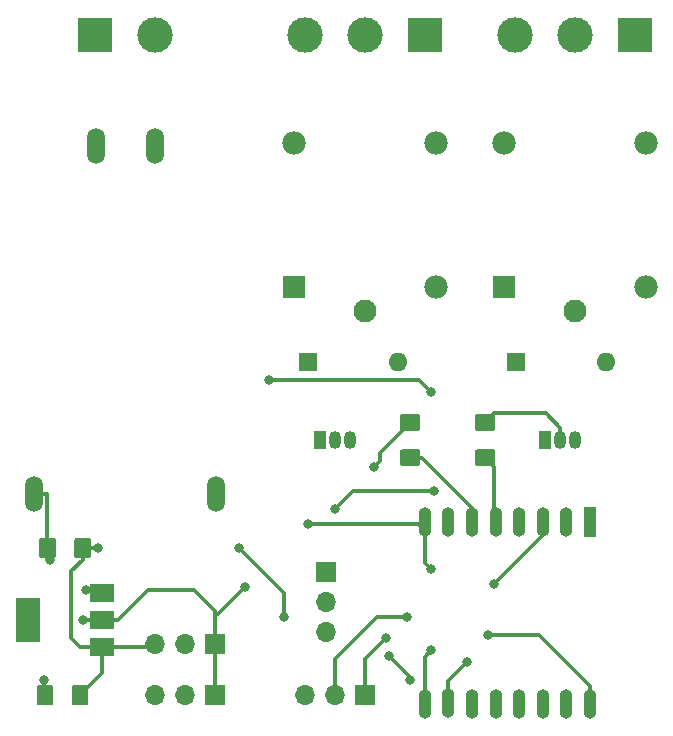
<source format=gbr>
G04 #@! TF.GenerationSoftware,KiCad,Pcbnew,5.0.2-bee76a0~70~ubuntu18.10.1*
G04 #@! TF.CreationDate,2019-05-17T12:20:37+02:00*
G04 #@! TF.ProjectId,interruptor,696e7465-7272-4757-9074-6f722e6b6963,rev?*
G04 #@! TF.SameCoordinates,Original*
G04 #@! TF.FileFunction,Copper,L1,Top*
G04 #@! TF.FilePolarity,Positive*
%FSLAX46Y46*%
G04 Gerber Fmt 4.6, Leading zero omitted, Abs format (unit mm)*
G04 Created by KiCad (PCBNEW 5.0.2-bee76a0~70~ubuntu18.10.1) date vie 17 may 2019 12:20:37 CEST*
%MOMM*%
%LPD*%
G01*
G04 APERTURE LIST*
G04 #@! TA.AperFunction,ComponentPad*
%ADD10O,1.600000X1.600000*%
G04 #@! TD*
G04 #@! TA.AperFunction,ComponentPad*
%ADD11R,1.600000X1.600000*%
G04 #@! TD*
G04 #@! TA.AperFunction,Conductor*
%ADD12C,0.100000*%
G04 #@! TD*
G04 #@! TA.AperFunction,SMDPad,CuDef*
%ADD13C,1.425000*%
G04 #@! TD*
G04 #@! TA.AperFunction,SMDPad,CuDef*
%ADD14R,2.000000X3.800000*%
G04 #@! TD*
G04 #@! TA.AperFunction,SMDPad,CuDef*
%ADD15R,2.000000X1.500000*%
G04 #@! TD*
G04 #@! TA.AperFunction,ComponentPad*
%ADD16R,1.100000X2.500000*%
G04 #@! TD*
G04 #@! TA.AperFunction,ComponentPad*
%ADD17O,1.100000X2.500000*%
G04 #@! TD*
G04 #@! TA.AperFunction,ComponentPad*
%ADD18O,1.508000X3.016000*%
G04 #@! TD*
G04 #@! TA.AperFunction,ComponentPad*
%ADD19R,3.000000X3.000000*%
G04 #@! TD*
G04 #@! TA.AperFunction,ComponentPad*
%ADD20C,3.000000*%
G04 #@! TD*
G04 #@! TA.AperFunction,ComponentPad*
%ADD21R,1.700000X1.700000*%
G04 #@! TD*
G04 #@! TA.AperFunction,ComponentPad*
%ADD22O,1.700000X1.700000*%
G04 #@! TD*
G04 #@! TA.AperFunction,ComponentPad*
%ADD23R,1.980000X1.980000*%
G04 #@! TD*
G04 #@! TA.AperFunction,ComponentPad*
%ADD24C,1.935000*%
G04 #@! TD*
G04 #@! TA.AperFunction,ComponentPad*
%ADD25C,1.980000*%
G04 #@! TD*
G04 #@! TA.AperFunction,ComponentPad*
%ADD26R,1.050000X1.500000*%
G04 #@! TD*
G04 #@! TA.AperFunction,ComponentPad*
%ADD27O,1.050000X1.500000*%
G04 #@! TD*
G04 #@! TA.AperFunction,ViaPad*
%ADD28C,0.800000*%
G04 #@! TD*
G04 #@! TA.AperFunction,Conductor*
%ADD29C,0.304800*%
G04 #@! TD*
G04 APERTURE END LIST*
D10*
G04 #@! TO.P,D2,1*
G04 #@! TO.N,Net-(D2-Pad1)*
X135945000Y-92475000D03*
D11*
G04 #@! TO.P,D2,2*
G04 #@! TO.N,Net-(C1-Pad1)*
X128325000Y-92475000D03*
G04 #@! TD*
G04 #@! TO.P,D1,2*
G04 #@! TO.N,Net-(C1-Pad1)*
X110775000Y-92450000D03*
D10*
G04 #@! TO.P,D1,1*
G04 #@! TO.N,Net-(D1-Pad1)*
X118395000Y-92450000D03*
G04 #@! TD*
D12*
G04 #@! TO.N,Net-(C1-Pad1)*
G04 #@! TO.C,C1*
G36*
X89169504Y-107330204D02*
X89193773Y-107333804D01*
X89217571Y-107339765D01*
X89240671Y-107348030D01*
X89262849Y-107358520D01*
X89283893Y-107371133D01*
X89303598Y-107385747D01*
X89321777Y-107402223D01*
X89338253Y-107420402D01*
X89352867Y-107440107D01*
X89365480Y-107461151D01*
X89375970Y-107483329D01*
X89384235Y-107506429D01*
X89390196Y-107530227D01*
X89393796Y-107554496D01*
X89395000Y-107579000D01*
X89395000Y-108829000D01*
X89393796Y-108853504D01*
X89390196Y-108877773D01*
X89384235Y-108901571D01*
X89375970Y-108924671D01*
X89365480Y-108946849D01*
X89352867Y-108967893D01*
X89338253Y-108987598D01*
X89321777Y-109005777D01*
X89303598Y-109022253D01*
X89283893Y-109036867D01*
X89262849Y-109049480D01*
X89240671Y-109059970D01*
X89217571Y-109068235D01*
X89193773Y-109074196D01*
X89169504Y-109077796D01*
X89145000Y-109079000D01*
X88220000Y-109079000D01*
X88195496Y-109077796D01*
X88171227Y-109074196D01*
X88147429Y-109068235D01*
X88124329Y-109059970D01*
X88102151Y-109049480D01*
X88081107Y-109036867D01*
X88061402Y-109022253D01*
X88043223Y-109005777D01*
X88026747Y-108987598D01*
X88012133Y-108967893D01*
X87999520Y-108946849D01*
X87989030Y-108924671D01*
X87980765Y-108901571D01*
X87974804Y-108877773D01*
X87971204Y-108853504D01*
X87970000Y-108829000D01*
X87970000Y-107579000D01*
X87971204Y-107554496D01*
X87974804Y-107530227D01*
X87980765Y-107506429D01*
X87989030Y-107483329D01*
X87999520Y-107461151D01*
X88012133Y-107440107D01*
X88026747Y-107420402D01*
X88043223Y-107402223D01*
X88061402Y-107385747D01*
X88081107Y-107371133D01*
X88102151Y-107358520D01*
X88124329Y-107348030D01*
X88147429Y-107339765D01*
X88171227Y-107333804D01*
X88195496Y-107330204D01*
X88220000Y-107329000D01*
X89145000Y-107329000D01*
X89169504Y-107330204D01*
X89169504Y-107330204D01*
G37*
D13*
G04 #@! TD*
G04 #@! TO.P,C1,1*
G04 #@! TO.N,Net-(C1-Pad1)*
X88682500Y-108204000D03*
D12*
G04 #@! TO.N,GND*
G04 #@! TO.C,C1*
G36*
X92144504Y-107330204D02*
X92168773Y-107333804D01*
X92192571Y-107339765D01*
X92215671Y-107348030D01*
X92237849Y-107358520D01*
X92258893Y-107371133D01*
X92278598Y-107385747D01*
X92296777Y-107402223D01*
X92313253Y-107420402D01*
X92327867Y-107440107D01*
X92340480Y-107461151D01*
X92350970Y-107483329D01*
X92359235Y-107506429D01*
X92365196Y-107530227D01*
X92368796Y-107554496D01*
X92370000Y-107579000D01*
X92370000Y-108829000D01*
X92368796Y-108853504D01*
X92365196Y-108877773D01*
X92359235Y-108901571D01*
X92350970Y-108924671D01*
X92340480Y-108946849D01*
X92327867Y-108967893D01*
X92313253Y-108987598D01*
X92296777Y-109005777D01*
X92278598Y-109022253D01*
X92258893Y-109036867D01*
X92237849Y-109049480D01*
X92215671Y-109059970D01*
X92192571Y-109068235D01*
X92168773Y-109074196D01*
X92144504Y-109077796D01*
X92120000Y-109079000D01*
X91195000Y-109079000D01*
X91170496Y-109077796D01*
X91146227Y-109074196D01*
X91122429Y-109068235D01*
X91099329Y-109059970D01*
X91077151Y-109049480D01*
X91056107Y-109036867D01*
X91036402Y-109022253D01*
X91018223Y-109005777D01*
X91001747Y-108987598D01*
X90987133Y-108967893D01*
X90974520Y-108946849D01*
X90964030Y-108924671D01*
X90955765Y-108901571D01*
X90949804Y-108877773D01*
X90946204Y-108853504D01*
X90945000Y-108829000D01*
X90945000Y-107579000D01*
X90946204Y-107554496D01*
X90949804Y-107530227D01*
X90955765Y-107506429D01*
X90964030Y-107483329D01*
X90974520Y-107461151D01*
X90987133Y-107440107D01*
X91001747Y-107420402D01*
X91018223Y-107402223D01*
X91036402Y-107385747D01*
X91056107Y-107371133D01*
X91077151Y-107358520D01*
X91099329Y-107348030D01*
X91122429Y-107339765D01*
X91146227Y-107333804D01*
X91170496Y-107330204D01*
X91195000Y-107329000D01*
X92120000Y-107329000D01*
X92144504Y-107330204D01*
X92144504Y-107330204D01*
G37*
D13*
G04 #@! TD*
G04 #@! TO.P,C1,2*
G04 #@! TO.N,GND*
X91657500Y-108204000D03*
D12*
G04 #@! TO.N,GND*
G04 #@! TO.C,C2*
G36*
X91927004Y-119776204D02*
X91951273Y-119779804D01*
X91975071Y-119785765D01*
X91998171Y-119794030D01*
X92020349Y-119804520D01*
X92041393Y-119817133D01*
X92061098Y-119831747D01*
X92079277Y-119848223D01*
X92095753Y-119866402D01*
X92110367Y-119886107D01*
X92122980Y-119907151D01*
X92133470Y-119929329D01*
X92141735Y-119952429D01*
X92147696Y-119976227D01*
X92151296Y-120000496D01*
X92152500Y-120025000D01*
X92152500Y-121275000D01*
X92151296Y-121299504D01*
X92147696Y-121323773D01*
X92141735Y-121347571D01*
X92133470Y-121370671D01*
X92122980Y-121392849D01*
X92110367Y-121413893D01*
X92095753Y-121433598D01*
X92079277Y-121451777D01*
X92061098Y-121468253D01*
X92041393Y-121482867D01*
X92020349Y-121495480D01*
X91998171Y-121505970D01*
X91975071Y-121514235D01*
X91951273Y-121520196D01*
X91927004Y-121523796D01*
X91902500Y-121525000D01*
X90977500Y-121525000D01*
X90952996Y-121523796D01*
X90928727Y-121520196D01*
X90904929Y-121514235D01*
X90881829Y-121505970D01*
X90859651Y-121495480D01*
X90838607Y-121482867D01*
X90818902Y-121468253D01*
X90800723Y-121451777D01*
X90784247Y-121433598D01*
X90769633Y-121413893D01*
X90757020Y-121392849D01*
X90746530Y-121370671D01*
X90738265Y-121347571D01*
X90732304Y-121323773D01*
X90728704Y-121299504D01*
X90727500Y-121275000D01*
X90727500Y-120025000D01*
X90728704Y-120000496D01*
X90732304Y-119976227D01*
X90738265Y-119952429D01*
X90746530Y-119929329D01*
X90757020Y-119907151D01*
X90769633Y-119886107D01*
X90784247Y-119866402D01*
X90800723Y-119848223D01*
X90818902Y-119831747D01*
X90838607Y-119817133D01*
X90859651Y-119804520D01*
X90881829Y-119794030D01*
X90904929Y-119785765D01*
X90928727Y-119779804D01*
X90952996Y-119776204D01*
X90977500Y-119775000D01*
X91902500Y-119775000D01*
X91927004Y-119776204D01*
X91927004Y-119776204D01*
G37*
D13*
G04 #@! TD*
G04 #@! TO.P,C2,2*
G04 #@! TO.N,GND*
X91440000Y-120650000D03*
D12*
G04 #@! TO.N,vcc*
G04 #@! TO.C,C2*
G36*
X88952004Y-119776204D02*
X88976273Y-119779804D01*
X89000071Y-119785765D01*
X89023171Y-119794030D01*
X89045349Y-119804520D01*
X89066393Y-119817133D01*
X89086098Y-119831747D01*
X89104277Y-119848223D01*
X89120753Y-119866402D01*
X89135367Y-119886107D01*
X89147980Y-119907151D01*
X89158470Y-119929329D01*
X89166735Y-119952429D01*
X89172696Y-119976227D01*
X89176296Y-120000496D01*
X89177500Y-120025000D01*
X89177500Y-121275000D01*
X89176296Y-121299504D01*
X89172696Y-121323773D01*
X89166735Y-121347571D01*
X89158470Y-121370671D01*
X89147980Y-121392849D01*
X89135367Y-121413893D01*
X89120753Y-121433598D01*
X89104277Y-121451777D01*
X89086098Y-121468253D01*
X89066393Y-121482867D01*
X89045349Y-121495480D01*
X89023171Y-121505970D01*
X89000071Y-121514235D01*
X88976273Y-121520196D01*
X88952004Y-121523796D01*
X88927500Y-121525000D01*
X88002500Y-121525000D01*
X87977996Y-121523796D01*
X87953727Y-121520196D01*
X87929929Y-121514235D01*
X87906829Y-121505970D01*
X87884651Y-121495480D01*
X87863607Y-121482867D01*
X87843902Y-121468253D01*
X87825723Y-121451777D01*
X87809247Y-121433598D01*
X87794633Y-121413893D01*
X87782020Y-121392849D01*
X87771530Y-121370671D01*
X87763265Y-121347571D01*
X87757304Y-121323773D01*
X87753704Y-121299504D01*
X87752500Y-121275000D01*
X87752500Y-120025000D01*
X87753704Y-120000496D01*
X87757304Y-119976227D01*
X87763265Y-119952429D01*
X87771530Y-119929329D01*
X87782020Y-119907151D01*
X87794633Y-119886107D01*
X87809247Y-119866402D01*
X87825723Y-119848223D01*
X87843902Y-119831747D01*
X87863607Y-119817133D01*
X87884651Y-119804520D01*
X87906829Y-119794030D01*
X87929929Y-119785765D01*
X87953727Y-119779804D01*
X87977996Y-119776204D01*
X88002500Y-119775000D01*
X88927500Y-119775000D01*
X88952004Y-119776204D01*
X88952004Y-119776204D01*
G37*
D13*
G04 #@! TD*
G04 #@! TO.P,C2,1*
G04 #@! TO.N,vcc*
X88465000Y-120650000D03*
D14*
G04 #@! TO.P,U2,4*
G04 #@! TO.N,N/C*
X87020000Y-114300000D03*
D15*
G04 #@! TO.P,U2,2*
G04 #@! TO.N,vcc*
X93320000Y-114300000D03*
G04 #@! TO.P,U2,3*
G04 #@! TO.N,Net-(C1-Pad1)*
X93320000Y-112000000D03*
G04 #@! TO.P,U2,1*
G04 #@! TO.N,GND*
X93320000Y-116600000D03*
G04 #@! TD*
D16*
G04 #@! TO.P,U3,1*
G04 #@! TO.N,N/C*
X134620000Y-105980000D03*
D17*
G04 #@! TO.P,U3,2*
X132620000Y-105980000D03*
G04 #@! TO.P,U3,3*
G04 #@! TO.N,Net-(R1-Pad1)*
X130620000Y-105980000D03*
G04 #@! TO.P,U3,4*
G04 #@! TO.N,int_1*
X128620000Y-105980000D03*
G04 #@! TO.P,U3,5*
G04 #@! TO.N,Relay_2*
X126620000Y-105980000D03*
G04 #@! TO.P,U3,6*
G04 #@! TO.N,Relay_1*
X124620000Y-105980000D03*
G04 #@! TO.P,U3,7*
G04 #@! TO.N,int_2*
X122620000Y-105980000D03*
G04 #@! TO.P,U3,8*
G04 #@! TO.N,vcc*
X120620000Y-105980000D03*
G04 #@! TO.P,U3,9*
G04 #@! TO.N,GND*
X120620000Y-121380000D03*
G04 #@! TO.P,U3,10*
G04 #@! TO.N,Net-(R2-Pad1)*
X122620000Y-121280000D03*
G04 #@! TO.P,U3,11*
G04 #@! TO.N,N/C*
X124620000Y-121380000D03*
G04 #@! TO.P,U3,12*
G04 #@! TO.N,Net-(J7-Pad2)*
X126620000Y-121380000D03*
G04 #@! TO.P,U3,13*
G04 #@! TO.N,N/C*
X128620000Y-121380000D03*
G04 #@! TO.P,U3,14*
X130620000Y-121380000D03*
G04 #@! TO.P,U3,15*
G04 #@! TO.N,Net-(R3-Pad2)*
X132620000Y-121380000D03*
G04 #@! TO.P,U3,16*
G04 #@! TO.N,Net-(J2-Pad1)*
X134620000Y-121380000D03*
G04 #@! TD*
D18*
G04 #@! TO.P,U1,P$1*
G04 #@! TO.N,Net-(J1-Pad2)*
X97750000Y-74200000D03*
G04 #@! TO.P,U1,P$2*
G04 #@! TO.N,Net-(J1-Pad1)*
X92750000Y-74200000D03*
G04 #@! TO.P,U1,P$3*
G04 #@! TO.N,GND*
X102950000Y-103600000D03*
G04 #@! TO.P,U1,P$4*
G04 #@! TO.N,Net-(C1-Pad1)*
X87550000Y-103600000D03*
G04 #@! TD*
D19*
G04 #@! TO.P,J1,1*
G04 #@! TO.N,Net-(J1-Pad1)*
X92710000Y-64770000D03*
D20*
G04 #@! TO.P,J1,2*
G04 #@! TO.N,Net-(J1-Pad2)*
X97790000Y-64770000D03*
G04 #@! TD*
D21*
G04 #@! TO.P,J2,1*
G04 #@! TO.N,Net-(J2-Pad1)*
X115570000Y-120650000D03*
D22*
G04 #@! TO.P,J2,2*
G04 #@! TO.N,Net-(J2-Pad2)*
X113030000Y-120650000D03*
G04 #@! TO.P,J2,3*
G04 #@! TO.N,GND*
X110490000Y-120650000D03*
G04 #@! TD*
D23*
G04 #@! TO.P,K1,A1*
G04 #@! TO.N,Net-(C1-Pad1)*
X109570000Y-86110000D03*
D24*
G04 #@! TO.P,K1,COM*
G04 #@! TO.N,Net-(J3-Pad2)*
X115570000Y-88110000D03*
D25*
G04 #@! TO.P,K1,A2*
G04 #@! TO.N,Net-(D1-Pad1)*
X121570000Y-86110000D03*
G04 #@! TO.P,K1,NO*
G04 #@! TO.N,Net-(J3-Pad1)*
X121570000Y-73910000D03*
G04 #@! TO.P,K1,NC*
G04 #@! TO.N,Net-(J3-Pad3)*
X109570000Y-73910000D03*
G04 #@! TD*
D23*
G04 #@! TO.P,K2,A1*
G04 #@! TO.N,Net-(C1-Pad1)*
X127350000Y-86110000D03*
D24*
G04 #@! TO.P,K2,COM*
G04 #@! TO.N,Net-(J4-Pad2)*
X133350000Y-88110000D03*
D25*
G04 #@! TO.P,K2,A2*
G04 #@! TO.N,Net-(D2-Pad1)*
X139350000Y-86110000D03*
G04 #@! TO.P,K2,NO*
G04 #@! TO.N,Net-(J4-Pad1)*
X139350000Y-73910000D03*
G04 #@! TO.P,K2,NC*
G04 #@! TO.N,Net-(J4-Pad3)*
X127350000Y-73910000D03*
G04 #@! TD*
D20*
G04 #@! TO.P,J3,3*
G04 #@! TO.N,Net-(J3-Pad3)*
X110490000Y-64770000D03*
G04 #@! TO.P,J3,2*
G04 #@! TO.N,Net-(J3-Pad2)*
X115570000Y-64770000D03*
D19*
G04 #@! TO.P,J3,1*
G04 #@! TO.N,Net-(J3-Pad1)*
X120650000Y-64770000D03*
G04 #@! TD*
G04 #@! TO.P,J4,1*
G04 #@! TO.N,Net-(J4-Pad1)*
X138430000Y-64770000D03*
D20*
G04 #@! TO.P,J4,2*
G04 #@! TO.N,Net-(J4-Pad2)*
X133350000Y-64770000D03*
G04 #@! TO.P,J4,3*
G04 #@! TO.N,Net-(J4-Pad3)*
X128270000Y-64770000D03*
G04 #@! TD*
D12*
G04 #@! TO.N,Net-(Q1-Pad2)*
G04 #@! TO.C,R4*
G36*
X120029504Y-96861204D02*
X120053773Y-96864804D01*
X120077571Y-96870765D01*
X120100671Y-96879030D01*
X120122849Y-96889520D01*
X120143893Y-96902133D01*
X120163598Y-96916747D01*
X120181777Y-96933223D01*
X120198253Y-96951402D01*
X120212867Y-96971107D01*
X120225480Y-96992151D01*
X120235970Y-97014329D01*
X120244235Y-97037429D01*
X120250196Y-97061227D01*
X120253796Y-97085496D01*
X120255000Y-97110000D01*
X120255000Y-98035000D01*
X120253796Y-98059504D01*
X120250196Y-98083773D01*
X120244235Y-98107571D01*
X120235970Y-98130671D01*
X120225480Y-98152849D01*
X120212867Y-98173893D01*
X120198253Y-98193598D01*
X120181777Y-98211777D01*
X120163598Y-98228253D01*
X120143893Y-98242867D01*
X120122849Y-98255480D01*
X120100671Y-98265970D01*
X120077571Y-98274235D01*
X120053773Y-98280196D01*
X120029504Y-98283796D01*
X120005000Y-98285000D01*
X118755000Y-98285000D01*
X118730496Y-98283796D01*
X118706227Y-98280196D01*
X118682429Y-98274235D01*
X118659329Y-98265970D01*
X118637151Y-98255480D01*
X118616107Y-98242867D01*
X118596402Y-98228253D01*
X118578223Y-98211777D01*
X118561747Y-98193598D01*
X118547133Y-98173893D01*
X118534520Y-98152849D01*
X118524030Y-98130671D01*
X118515765Y-98107571D01*
X118509804Y-98083773D01*
X118506204Y-98059504D01*
X118505000Y-98035000D01*
X118505000Y-97110000D01*
X118506204Y-97085496D01*
X118509804Y-97061227D01*
X118515765Y-97037429D01*
X118524030Y-97014329D01*
X118534520Y-96992151D01*
X118547133Y-96971107D01*
X118561747Y-96951402D01*
X118578223Y-96933223D01*
X118596402Y-96916747D01*
X118616107Y-96902133D01*
X118637151Y-96889520D01*
X118659329Y-96879030D01*
X118682429Y-96870765D01*
X118706227Y-96864804D01*
X118730496Y-96861204D01*
X118755000Y-96860000D01*
X120005000Y-96860000D01*
X120029504Y-96861204D01*
X120029504Y-96861204D01*
G37*
D13*
G04 #@! TD*
G04 #@! TO.P,R4,1*
G04 #@! TO.N,Net-(Q1-Pad2)*
X119380000Y-97572500D03*
D12*
G04 #@! TO.N,Relay_1*
G04 #@! TO.C,R4*
G36*
X120029504Y-99836204D02*
X120053773Y-99839804D01*
X120077571Y-99845765D01*
X120100671Y-99854030D01*
X120122849Y-99864520D01*
X120143893Y-99877133D01*
X120163598Y-99891747D01*
X120181777Y-99908223D01*
X120198253Y-99926402D01*
X120212867Y-99946107D01*
X120225480Y-99967151D01*
X120235970Y-99989329D01*
X120244235Y-100012429D01*
X120250196Y-100036227D01*
X120253796Y-100060496D01*
X120255000Y-100085000D01*
X120255000Y-101010000D01*
X120253796Y-101034504D01*
X120250196Y-101058773D01*
X120244235Y-101082571D01*
X120235970Y-101105671D01*
X120225480Y-101127849D01*
X120212867Y-101148893D01*
X120198253Y-101168598D01*
X120181777Y-101186777D01*
X120163598Y-101203253D01*
X120143893Y-101217867D01*
X120122849Y-101230480D01*
X120100671Y-101240970D01*
X120077571Y-101249235D01*
X120053773Y-101255196D01*
X120029504Y-101258796D01*
X120005000Y-101260000D01*
X118755000Y-101260000D01*
X118730496Y-101258796D01*
X118706227Y-101255196D01*
X118682429Y-101249235D01*
X118659329Y-101240970D01*
X118637151Y-101230480D01*
X118616107Y-101217867D01*
X118596402Y-101203253D01*
X118578223Y-101186777D01*
X118561747Y-101168598D01*
X118547133Y-101148893D01*
X118534520Y-101127849D01*
X118524030Y-101105671D01*
X118515765Y-101082571D01*
X118509804Y-101058773D01*
X118506204Y-101034504D01*
X118505000Y-101010000D01*
X118505000Y-100085000D01*
X118506204Y-100060496D01*
X118509804Y-100036227D01*
X118515765Y-100012429D01*
X118524030Y-99989329D01*
X118534520Y-99967151D01*
X118547133Y-99946107D01*
X118561747Y-99926402D01*
X118578223Y-99908223D01*
X118596402Y-99891747D01*
X118616107Y-99877133D01*
X118637151Y-99864520D01*
X118659329Y-99854030D01*
X118682429Y-99845765D01*
X118706227Y-99839804D01*
X118730496Y-99836204D01*
X118755000Y-99835000D01*
X120005000Y-99835000D01*
X120029504Y-99836204D01*
X120029504Y-99836204D01*
G37*
D13*
G04 #@! TD*
G04 #@! TO.P,R4,2*
G04 #@! TO.N,Relay_1*
X119380000Y-100547500D03*
D12*
G04 #@! TO.N,Relay_2*
G04 #@! TO.C,R5*
G36*
X126379504Y-99836204D02*
X126403773Y-99839804D01*
X126427571Y-99845765D01*
X126450671Y-99854030D01*
X126472849Y-99864520D01*
X126493893Y-99877133D01*
X126513598Y-99891747D01*
X126531777Y-99908223D01*
X126548253Y-99926402D01*
X126562867Y-99946107D01*
X126575480Y-99967151D01*
X126585970Y-99989329D01*
X126594235Y-100012429D01*
X126600196Y-100036227D01*
X126603796Y-100060496D01*
X126605000Y-100085000D01*
X126605000Y-101010000D01*
X126603796Y-101034504D01*
X126600196Y-101058773D01*
X126594235Y-101082571D01*
X126585970Y-101105671D01*
X126575480Y-101127849D01*
X126562867Y-101148893D01*
X126548253Y-101168598D01*
X126531777Y-101186777D01*
X126513598Y-101203253D01*
X126493893Y-101217867D01*
X126472849Y-101230480D01*
X126450671Y-101240970D01*
X126427571Y-101249235D01*
X126403773Y-101255196D01*
X126379504Y-101258796D01*
X126355000Y-101260000D01*
X125105000Y-101260000D01*
X125080496Y-101258796D01*
X125056227Y-101255196D01*
X125032429Y-101249235D01*
X125009329Y-101240970D01*
X124987151Y-101230480D01*
X124966107Y-101217867D01*
X124946402Y-101203253D01*
X124928223Y-101186777D01*
X124911747Y-101168598D01*
X124897133Y-101148893D01*
X124884520Y-101127849D01*
X124874030Y-101105671D01*
X124865765Y-101082571D01*
X124859804Y-101058773D01*
X124856204Y-101034504D01*
X124855000Y-101010000D01*
X124855000Y-100085000D01*
X124856204Y-100060496D01*
X124859804Y-100036227D01*
X124865765Y-100012429D01*
X124874030Y-99989329D01*
X124884520Y-99967151D01*
X124897133Y-99946107D01*
X124911747Y-99926402D01*
X124928223Y-99908223D01*
X124946402Y-99891747D01*
X124966107Y-99877133D01*
X124987151Y-99864520D01*
X125009329Y-99854030D01*
X125032429Y-99845765D01*
X125056227Y-99839804D01*
X125080496Y-99836204D01*
X125105000Y-99835000D01*
X126355000Y-99835000D01*
X126379504Y-99836204D01*
X126379504Y-99836204D01*
G37*
D13*
G04 #@! TD*
G04 #@! TO.P,R5,2*
G04 #@! TO.N,Relay_2*
X125730000Y-100547500D03*
D12*
G04 #@! TO.N,Net-(Q2-Pad2)*
G04 #@! TO.C,R5*
G36*
X126379504Y-96861204D02*
X126403773Y-96864804D01*
X126427571Y-96870765D01*
X126450671Y-96879030D01*
X126472849Y-96889520D01*
X126493893Y-96902133D01*
X126513598Y-96916747D01*
X126531777Y-96933223D01*
X126548253Y-96951402D01*
X126562867Y-96971107D01*
X126575480Y-96992151D01*
X126585970Y-97014329D01*
X126594235Y-97037429D01*
X126600196Y-97061227D01*
X126603796Y-97085496D01*
X126605000Y-97110000D01*
X126605000Y-98035000D01*
X126603796Y-98059504D01*
X126600196Y-98083773D01*
X126594235Y-98107571D01*
X126585970Y-98130671D01*
X126575480Y-98152849D01*
X126562867Y-98173893D01*
X126548253Y-98193598D01*
X126531777Y-98211777D01*
X126513598Y-98228253D01*
X126493893Y-98242867D01*
X126472849Y-98255480D01*
X126450671Y-98265970D01*
X126427571Y-98274235D01*
X126403773Y-98280196D01*
X126379504Y-98283796D01*
X126355000Y-98285000D01*
X125105000Y-98285000D01*
X125080496Y-98283796D01*
X125056227Y-98280196D01*
X125032429Y-98274235D01*
X125009329Y-98265970D01*
X124987151Y-98255480D01*
X124966107Y-98242867D01*
X124946402Y-98228253D01*
X124928223Y-98211777D01*
X124911747Y-98193598D01*
X124897133Y-98173893D01*
X124884520Y-98152849D01*
X124874030Y-98130671D01*
X124865765Y-98107571D01*
X124859804Y-98083773D01*
X124856204Y-98059504D01*
X124855000Y-98035000D01*
X124855000Y-97110000D01*
X124856204Y-97085496D01*
X124859804Y-97061227D01*
X124865765Y-97037429D01*
X124874030Y-97014329D01*
X124884520Y-96992151D01*
X124897133Y-96971107D01*
X124911747Y-96951402D01*
X124928223Y-96933223D01*
X124946402Y-96916747D01*
X124966107Y-96902133D01*
X124987151Y-96889520D01*
X125009329Y-96879030D01*
X125032429Y-96870765D01*
X125056227Y-96864804D01*
X125080496Y-96861204D01*
X125105000Y-96860000D01*
X126355000Y-96860000D01*
X126379504Y-96861204D01*
X126379504Y-96861204D01*
G37*
D13*
G04 #@! TD*
G04 #@! TO.P,R5,1*
G04 #@! TO.N,Net-(Q2-Pad2)*
X125730000Y-97572500D03*
D21*
G04 #@! TO.P,J5,1*
G04 #@! TO.N,vcc*
X102870000Y-120650000D03*
D22*
G04 #@! TO.P,J5,2*
G04 #@! TO.N,int_1*
X100330000Y-120650000D03*
G04 #@! TO.P,J5,3*
G04 #@! TO.N,GND*
X97790000Y-120650000D03*
G04 #@! TD*
D26*
G04 #@! TO.P,Q1,1*
G04 #@! TO.N,GND*
X111760000Y-99060000D03*
D27*
G04 #@! TO.P,Q1,3*
G04 #@! TO.N,Net-(D1-Pad1)*
X114300000Y-99060000D03*
G04 #@! TO.P,Q1,2*
G04 #@! TO.N,Net-(Q1-Pad2)*
X113030000Y-99060000D03*
G04 #@! TD*
G04 #@! TO.P,Q2,2*
G04 #@! TO.N,Net-(Q2-Pad2)*
X132080000Y-99060000D03*
G04 #@! TO.P,Q2,3*
G04 #@! TO.N,Net-(D2-Pad1)*
X133350000Y-99060000D03*
D26*
G04 #@! TO.P,Q2,1*
G04 #@! TO.N,GND*
X130810000Y-99060000D03*
G04 #@! TD*
D22*
G04 #@! TO.P,J6,3*
G04 #@! TO.N,GND*
X97790000Y-116332000D03*
G04 #@! TO.P,J6,2*
G04 #@! TO.N,int_2*
X100330000Y-116332000D03*
D21*
G04 #@! TO.P,J6,1*
G04 #@! TO.N,vcc*
X102870000Y-116332000D03*
G04 #@! TD*
G04 #@! TO.P,J7,1*
G04 #@! TO.N,N/C*
X112268000Y-110236000D03*
D22*
G04 #@! TO.P,J7,2*
G04 #@! TO.N,Net-(J7-Pad2)*
X112268000Y-112776000D03*
G04 #@! TO.P,J7,3*
G04 #@! TO.N,GND*
X112268000Y-115316000D03*
G04 #@! TD*
D28*
G04 #@! TO.N,Net-(C1-Pad1)*
X88900000Y-109220000D03*
X91948000Y-111760000D03*
X121158000Y-94996000D03*
X107442000Y-93980000D03*
G04 #@! TO.N,GND*
X92964000Y-108204000D03*
X104902000Y-108204000D03*
X108712000Y-114046000D03*
X121194500Y-116840000D03*
G04 #@! TO.N,Net-(R1-Pad1)*
X126492000Y-111252000D03*
G04 #@! TO.N,Net-(R2-Pad1)*
X124206000Y-117856000D03*
G04 #@! TO.N,Net-(J2-Pad1)*
X125984000Y-115570000D03*
X117348000Y-115824000D03*
G04 #@! TO.N,Net-(J2-Pad2)*
X119126000Y-114046000D03*
G04 #@! TO.N,vcc*
X91694000Y-114300000D03*
X88392000Y-119380000D03*
X121158000Y-109982000D03*
X105410000Y-111506000D03*
X110719972Y-106147972D03*
G04 #@! TO.N,Net-(Q1-Pad2)*
X116332000Y-101346000D03*
G04 #@! TO.N,int_1*
X113030000Y-104902000D03*
X121412000Y-103378000D03*
G04 #@! TO.N,Net-(J7-Pad2)*
X119380000Y-119380000D03*
X117602000Y-117348000D03*
G04 #@! TD*
D29*
G04 #@! TO.N,Net-(C1-Pad1)*
X88682500Y-107229000D02*
X88682500Y-108204000D01*
X88682500Y-103673700D02*
X88682500Y-107229000D01*
X88608800Y-103600000D02*
X88682500Y-103673700D01*
X87550000Y-103600000D02*
X88608800Y-103600000D01*
X88682500Y-108204000D02*
X88682500Y-109002500D01*
X88682500Y-109002500D02*
X88900000Y-109220000D01*
X93080000Y-111760000D02*
X93320000Y-112000000D01*
X91948000Y-111760000D02*
X93080000Y-111760000D01*
X121158000Y-94996000D02*
X120142000Y-93980000D01*
X120142000Y-93980000D02*
X107442000Y-93980000D01*
G04 #@! TO.N,GND*
X92964000Y-108204000D02*
X91657500Y-108204000D01*
X97522000Y-116600000D02*
X97790000Y-116332000D01*
X93320000Y-116600000D02*
X97522000Y-116600000D01*
X91657500Y-109179000D02*
X90678000Y-110158500D01*
X91657500Y-108204000D02*
X91657500Y-109179000D01*
X90678000Y-110158500D02*
X90678000Y-115824000D01*
X91454000Y-116600000D02*
X93320000Y-116600000D01*
X90678000Y-115824000D02*
X91454000Y-116600000D01*
X93320000Y-118770000D02*
X91440000Y-120650000D01*
X93320000Y-116600000D02*
X93320000Y-118770000D01*
X104902000Y-108204000D02*
X108712000Y-112014000D01*
X108712000Y-112014000D02*
X108712000Y-114046000D01*
X120620000Y-120680000D02*
X120620000Y-117414500D01*
X120620000Y-117414500D02*
X121194500Y-116840000D01*
G04 #@! TO.N,Net-(R1-Pad1)*
X130620000Y-106680000D02*
X130620000Y-107124000D01*
X130620000Y-107124000D02*
X126492000Y-111252000D01*
G04 #@! TO.N,Net-(R2-Pad1)*
X122620000Y-120680000D02*
X122620000Y-119442000D01*
X122620000Y-119442000D02*
X124206000Y-117856000D01*
G04 #@! TO.N,Relay_1*
X124620000Y-104812500D02*
X124620000Y-106680000D01*
X120355000Y-100547500D02*
X124620000Y-104812500D01*
X119380000Y-100547500D02*
X120355000Y-100547500D01*
G04 #@! TO.N,Relay_2*
X126501347Y-106561347D02*
X126620000Y-106680000D01*
X126501347Y-101318847D02*
X126501347Y-106561347D01*
X125730000Y-100547500D02*
X126501347Y-101318847D01*
G04 #@! TO.N,Net-(J2-Pad1)*
X134620000Y-120680000D02*
X134620000Y-119888000D01*
X134620000Y-119888000D02*
X130302000Y-115570000D01*
X130302000Y-115570000D02*
X125984000Y-115570000D01*
X115570000Y-117602000D02*
X115570000Y-120650000D01*
X117348000Y-115824000D02*
X115570000Y-117602000D01*
G04 #@! TO.N,Net-(J2-Pad2)*
X113030000Y-117602000D02*
X113030000Y-120650000D01*
X119126000Y-114046000D02*
X116586000Y-114046000D01*
X116586000Y-114046000D02*
X113030000Y-117602000D01*
G04 #@! TO.N,vcc*
X93320000Y-114300000D02*
X91694000Y-114300000D01*
X88392000Y-120577000D02*
X88465000Y-120650000D01*
X88392000Y-119380000D02*
X88392000Y-120577000D01*
X120620000Y-106680000D02*
X120620000Y-109444000D01*
X120620000Y-109444000D02*
X121158000Y-109982000D01*
X102870000Y-117486800D02*
X102870000Y-120650000D01*
X102870000Y-116332000D02*
X102870000Y-117486800D01*
X94624800Y-114300000D02*
X97164800Y-111760000D01*
X93320000Y-114300000D02*
X94624800Y-114300000D01*
X97164800Y-111760000D02*
X101092000Y-111760000D01*
X101092000Y-111760000D02*
X102870000Y-113538000D01*
X103124000Y-113792000D02*
X105410000Y-111506000D01*
X102870000Y-113792000D02*
X103124000Y-113792000D01*
X102870000Y-113792000D02*
X102870000Y-116332000D01*
X102870000Y-113538000D02*
X102870000Y-113792000D01*
X120087972Y-106147972D02*
X120620000Y-106680000D01*
X110719972Y-106147972D02*
X120087972Y-106147972D01*
G04 #@! TO.N,Net-(Q1-Pad2)*
X116332000Y-101346000D02*
X116840000Y-100838000D01*
X116840000Y-100112500D02*
X119380000Y-97572500D01*
X116840000Y-100838000D02*
X116840000Y-100112500D01*
G04 #@! TO.N,Net-(Q2-Pad2)*
X130875953Y-96801153D02*
X132080000Y-98005200D01*
X126501347Y-96801153D02*
X130875953Y-96801153D01*
X132080000Y-98005200D02*
X132080000Y-99060000D01*
X125730000Y-97572500D02*
X126501347Y-96801153D01*
G04 #@! TO.N,int_1*
X113030000Y-104902000D02*
X114554000Y-103378000D01*
X114554000Y-103378000D02*
X121412000Y-103378000D01*
G04 #@! TO.N,Net-(J7-Pad2)*
X119380000Y-119380000D02*
X119380000Y-119126000D01*
X119380000Y-119126000D02*
X117602000Y-117348000D01*
G04 #@! TD*
M02*

</source>
